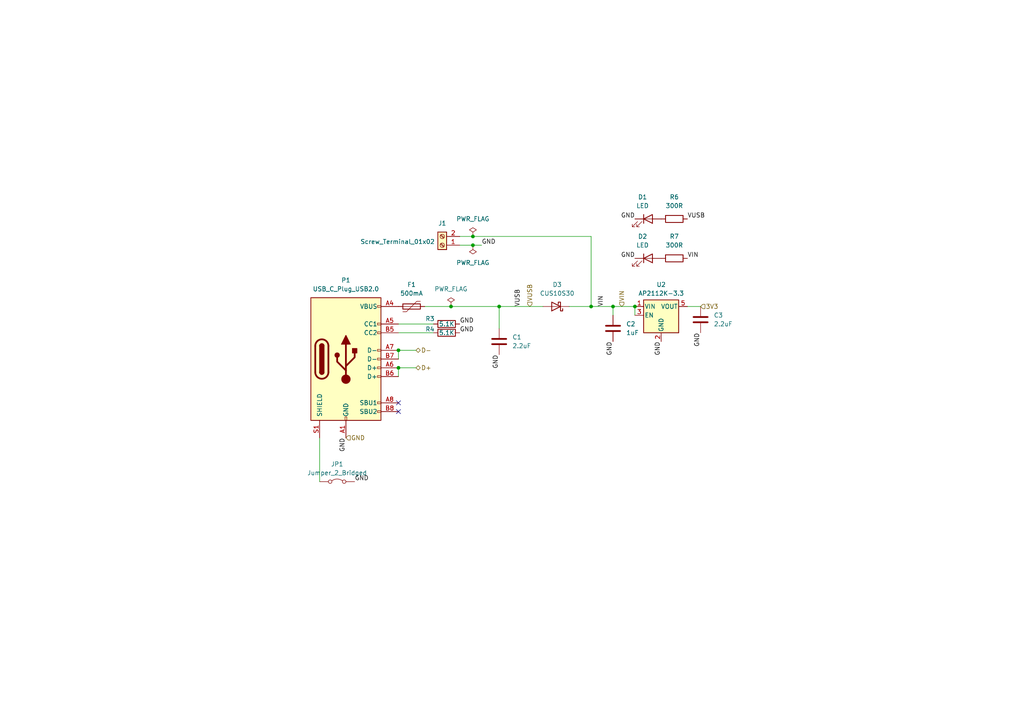
<source format=kicad_sch>
(kicad_sch (version 20231120) (generator "eeschema") (generator_version "8.0")
  (paper "A4")
  (lib_symbols
    (symbol "Connector:Screw_Terminal_01x02" (pin_names (offset 1.016) hide)
      (property "Reference" "J" (at 0 2.54 0))
      (property "Value" "Screw_Terminal_01x02" (at 0 -5.08 0))
      (symbol "Screw_Terminal_01x02_1_1"
        (rectangle (start -1.27 1.27) (end 1.27 -3.81) (stroke (width 0.254)) (fill (type background)))
        (circle (center 0 -2.54) (radius 0.635) (stroke (width 0.1524)))
        (polyline (pts (xy -0.5334 -2.2098) (xy 0.3302 -3.048)) (stroke (width 0.1524)))
        (polyline (pts (xy -0.5334 0.3302) (xy 0.3302 -0.508)) (stroke (width 0.1524)))
        (polyline (pts (xy -0.3556 -2.032) (xy 0.508 -2.8702)) (stroke (width 0.1524)))
        (polyline (pts (xy -0.3556 0.508) (xy 0.508 -0.3302)) (stroke (width 0.1524)))
        (circle (center 0 0) (radius 0.635) (stroke (width 0.1524)))
        (pin passive line (at -5.08 0 0) (length 3.81) (name "Pin_1") (number "1"))
        (pin passive line (at -5.08 -2.54 0) (length 3.81) (name "Pin_2") (number "2"))
      )
    )
    (symbol "Connector:USB_C_Receptacle_USB2.0_16P" (pin_names (offset 1.016))
      (property "Reference" "J" (at 0 22.225 0))
      (property "Value" "USB_C_Receptacle_USB2.0_16P" (at 0 19.685 0))
      (symbol "USB_C_Receptacle_USB2.0_16P_0_0"
        (rectangle (start -0.254 -17.78) (end 0.254 -16.764))
        (rectangle (start 10.16 -14.986) (end 9.144 -15.494))
        (rectangle (start 10.16 -12.446) (end 9.144 -12.954))
        (rectangle (start 10.16 -4.826) (end 9.144 -5.334))
        (rectangle (start 10.16 -2.286) (end 9.144 -2.794))
        (rectangle (start 10.16 0.254) (end 9.144 -0.254))
        (rectangle (start 10.16 2.794) (end 9.144 2.286))
        (rectangle (start 10.16 7.874) (end 9.144 7.366))
        (rectangle (start 10.16 10.414) (end 9.144 9.906))
        (rectangle (start 10.16 15.494) (end 9.144 14.986))
      )
      (symbol "USB_C_Receptacle_USB2.0_16P_0_1"
        (rectangle (start -10.16 17.78) (end 10.16 -17.78) (stroke (width 0.254)) (fill (type background)))
        (arc (start -8.89 -3.81) (mid -6.985 -5.7067) (end -5.08 -3.81) (stroke (width 0.508)))
        (arc (start -7.62 -3.81) (mid -6.985 -4.4423) (end -6.35 -3.81) (stroke (width 0.254)))
        (arc (start -7.62 -3.81) (mid -6.985 -4.4423) (end -6.35 -3.81) (stroke (width 0.254)) (fill (type outline)))
        (rectangle (start -7.62 -3.81) (end -6.35 3.81) (stroke (width 0.254)) (fill (type outline)))
        (arc (start -6.35 3.81) (mid -6.985 4.4423) (end -7.62 3.81) (stroke (width 0.254)))
        (arc (start -6.35 3.81) (mid -6.985 4.4423) (end -7.62 3.81) (stroke (width 0.254)) (fill (type outline)))
        (arc (start -5.08 3.81) (mid -6.985 5.7067) (end -8.89 3.81) (stroke (width 0.508)))
        (circle (center -2.54 1.143) (radius 0.635) (stroke (width 0.254)) (fill (type outline)))
        (circle (center 0 -5.842) (radius 1.27) (fill (type outline)))
        (polyline (pts (xy -8.89 -3.81) (xy -8.89 3.81)) (stroke (width 0.508)))
        (polyline (pts (xy -5.08 3.81) (xy -5.08 -3.81)) (stroke (width 0.508)))
        (polyline (pts (xy 0 -5.842) (xy 0 4.318)) (stroke (width 0.508)))
        (polyline (pts (xy 0 -3.302) (xy -2.54 -0.762) (xy -2.54 0.508)) (stroke (width 0.508)))
        (polyline (pts (xy 0 -2.032) (xy 2.54 0.508) (xy 2.54 1.778)) (stroke (width 0.508)))
        (polyline (pts (xy -1.27 4.318) (xy 0 6.858) (xy 1.27 4.318) (xy -1.27 4.318)) (stroke (width 0.254)) (fill (type outline)))
        (rectangle (start 1.905 1.778) (end 3.175 3.048) (stroke (width 0.254)) (fill (type outline)))
      )
      (symbol "USB_C_Receptacle_USB2.0_16P_1_1"
        (pin passive line (at 0 -22.86 90) (length 5.08) (name "GND") (number "A1"))
        (pin passive line (at 0 -22.86 90) (length 5.08) hide (name "GND") (number "A12"))
        (pin passive line (at 15.24 15.24 180) (length 5.08) (name "VBUS") (number "A4"))
        (pin bidirectional line (at 15.24 10.16 180) (length 5.08) (name "CC1") (number "A5"))
        (pin bidirectional line (at 15.24 -2.54 180) (length 5.08) (name "D+") (number "A6"))
        (pin bidirectional line (at 15.24 2.54 180) (length 5.08) (name "D-") (number "A7"))
        (pin bidirectional line (at 15.24 -12.7 180) (length 5.08) (name "SBU1") (number "A8"))
        (pin passive line (at 15.24 15.24 180) (length 5.08) hide (name "VBUS") (number "A9"))
        (pin passive line (at 0 -22.86 90) (length 5.08) hide (name "GND") (number "B1"))
        (pin passive line (at 0 -22.86 90) (length 5.08) hide (name "GND") (number "B12"))
        (pin passive line (at 15.24 15.24 180) (length 5.08) hide (name "VBUS") (number "B4"))
        (pin bidirectional line (at 15.24 7.62 180) (length 5.08) (name "CC2") (number "B5"))
        (pin bidirectional line (at 15.24 -5.08 180) (length 5.08) (name "D+") (number "B6"))
        (pin bidirectional line (at 15.24 0 180) (length 5.08) (name "D-") (number "B7"))
        (pin bidirectional line (at 15.24 -15.24 180) (length 5.08) (name "SBU2") (number "B8"))
        (pin passive line (at 15.24 15.24 180) (length 5.08) hide (name "VBUS") (number "B9"))
        (pin passive line (at -7.62 -22.86 90) (length 5.08) (name "SHIELD") (number "S1"))
      )
    )
    (symbol "Device:C" (pin_numbers hide) (pin_names (offset 0.254))
      (property "Reference" "C" (at 0.635 2.54 0))
      (property "Value" "C" (at 0.635 -2.54 0))
      (symbol "C_0_1"
        (polyline (pts (xy -2.032 -0.762) (xy 2.032 -0.762)) (stroke (width 0.508)))
        (polyline (pts (xy -2.032 0.762) (xy 2.032 0.762)) (stroke (width 0.508)))
      )
      (symbol "C_1_1"
        (pin passive line (at 0 3.81 270) (length 2.794) (name "~") (number "1"))
        (pin passive line (at 0 -3.81 90) (length 2.794) (name "~") (number "2"))
      )
    )
    (symbol "Device:D_Schottky" (pin_numbers hide) (pin_names (offset 1.016) hide)
      (property "Reference" "D" (at 0 2.54 0))
      (property "Value" "D_Schottky" (at 0 -2.54 0))
      (symbol "D_Schottky_0_1"
        (polyline (pts (xy 1.27 0) (xy -1.27 0)))
        (polyline (pts (xy 1.27 1.27) (xy 1.27 -1.27) (xy -1.27 0) (xy 1.27 1.27)) (stroke (width 0.254)))
        (polyline (pts (xy -1.905 0.635) (xy -1.905 1.27) (xy -1.27 1.27) (xy -1.27 -1.27) (xy -0.635 -1.27) (xy -0.635 -0.635)) (stroke (width 0.254)))
      )
      (symbol "D_Schottky_1_1"
        (pin passive line (at -3.81 0 0) (length 2.54) (name "K") (number "1"))
        (pin passive line (at 3.81 0 180) (length 2.54) (name "A") (number "2"))
      )
    )
    (symbol "Device:LED" (pin_numbers hide) (pin_names (offset 1.016) hide)
      (property "Reference" "D" (at 0 2.54 0))
      (property "Value" "LED" (at 0 -2.54 0))
      (symbol "LED_0_1"
        (polyline (pts (xy -1.27 -1.27) (xy -1.27 1.27)) (stroke (width 0.254)))
        (polyline (pts (xy -1.27 0) (xy 1.27 0)))
        (polyline (pts (xy 1.27 -1.27) (xy 1.27 1.27) (xy -1.27 0) (xy 1.27 -1.27)) (stroke (width 0.254)))
        (polyline (pts (xy -3.048 -0.762) (xy -4.572 -2.286) (xy -3.81 -2.286) (xy -4.572 -2.286) (xy -4.572 -1.524)))
        (polyline (pts (xy -1.778 -0.762) (xy -3.302 -2.286) (xy -2.54 -2.286) (xy -3.302 -2.286) (xy -3.302 -1.524)))
      )
      (symbol "LED_1_1"
        (pin passive line (at -3.81 0 0) (length 2.54) (name "K") (number "1"))
        (pin passive line (at 3.81 0 180) (length 2.54) (name "A") (number "2"))
      )
    )
    (symbol "Device:Polyfuse" (pin_numbers hide) (pin_names (offset 0))
      (property "Reference" "F" (at -2.54 0 90))
      (property "Value" "Polyfuse" (at 2.54 0 90))
      (symbol "Polyfuse_0_1"
        (rectangle (start -0.762 2.54) (end 0.762 -2.54) (stroke (width 0.254)))
        (polyline (pts (xy 0 2.54) (xy 0 -2.54)))
        (polyline (pts (xy -1.524 2.54) (xy -1.524 1.524) (xy 1.524 -1.524) (xy 1.524 -2.54)))
      )
      (symbol "Polyfuse_1_1"
        (pin passive line (at 0 3.81 270) (length 1.27) (name "~") (number "1"))
        (pin passive line (at 0 -3.81 90) (length 1.27) (name "~") (number "2"))
      )
    )
    (symbol "Device:R" (pin_numbers hide) (pin_names (offset 0))
      (property "Reference" "R" (at 2.032 0 90))
      (property "Value" "R" (at 0 0 90))
      (symbol "R_0_1"
        (rectangle (start -1.016 -2.54) (end 1.016 2.54) (stroke (width 0.254)))
      )
      (symbol "R_1_1"
        (pin passive line (at 0 3.81 270) (length 1.27) (name "~") (number "1"))
        (pin passive line (at 0 -3.81 90) (length 1.27) (name "~") (number "2"))
      )
    )
    (symbol "Jumper:Jumper_2_Bridged" (pin_numbers hide) (pin_names (offset 0) hide) (exclude_from_sim yes)
      (property "Reference" "JP" (at 0 1.905 0))
      (property "Value" "Jumper_2_Bridged" (at 0 -2.54 0))
      (symbol "Jumper_2_Bridged_0_0"
        (circle (center -2.032 0) (radius 0.508))
        (circle (center 2.032 0) (radius 0.508))
      )
      (symbol "Jumper_2_Bridged_0_1"
        (arc (start 1.524 0.254) (mid 0 0.762) (end -1.524 0.254))
      )
      (symbol "Jumper_2_Bridged_1_1"
        (pin passive line (at -5.08 0 0) (length 2.54) (name "A") (number "1"))
        (pin passive line (at 5.08 0 180) (length 2.54) (name "B") (number "2"))
      )
    )
    (symbol "Regulator_Linear:AP2112K-3.3" (pin_names (offset 0.254))
      (property "Reference" "U" (at -5.08 5.715 0))
      (property "Value" "AP2112K-3.3" (at 0 5.715 0))
      (symbol "AP2112K-3.3_0_1"
        (rectangle (start -5.08 4.445) (end 5.08 -5.08) (stroke (width 0.254)) (fill (type background)))
      )
      (symbol "AP2112K-3.3_1_1"
        (pin power_in line (at -7.62 2.54 0) (length 2.54) (name "VIN") (number "1"))
        (pin power_in line (at 0 -7.62 90) (length 2.54) (name "GND") (number "2"))
        (pin input line (at -7.62 0 0) (length 2.54) (name "EN") (number "3"))
        (pin no_connect line (at 5.08 0 180) (length 2.54) hide (name "NC") (number "4"))
        (pin power_out line (at 7.62 2.54 180) (length 2.54) (name "VOUT") (number "5"))
      )
    )
    (symbol "power:PWR_FLAG" (power) (pin_numbers hide) (pin_names (offset 0) hide)
      (property "Value" "PWR_FLAG" (at 0 3.81 0))
      (symbol "PWR_FLAG_0_0"
        (pin power_out line (at 0 0 90) (length 0) (name "~") (number "1"))
      )
      (symbol "PWR_FLAG_0_1"
        (polyline (pts (xy 0 0) (xy 0 1.27) (xy -1.016 1.905) (xy 0 2.54) (xy 1.016 1.905) (xy 0 1.27)))
      )
    )
  )
  (junction (at 177.8 88.9))
  (junction (at 115.57 106.68))
  (junction (at 137.16 71.12))
  (junction (at 144.78 88.9))
  (junction (at 137.16 68.58))
  (junction (at 115.57 101.6))
  (junction (at 184.15 88.9))
  (junction (at 130.81 88.9))
  (junction (at 171.45 88.9))
  (no_connect (at 115.57 119.38))
  (no_connect (at 115.57 116.84))
  (wire (pts (xy 92.71 127) (xy 92.71 139.7)))
  (wire (pts (xy 184.15 88.9) (xy 184.15 91.44)))
  (wire (pts (xy 123.19 88.9) (xy 130.81 88.9)))
  (wire (pts (xy 199.39 88.9) (xy 203.2 88.9)))
  (wire (pts (xy 177.8 88.9) (xy 184.15 88.9)))
  (wire (pts (xy 115.57 106.68) (xy 115.57 109.22)))
  (wire (pts (xy 137.16 68.58) (xy 171.45 68.58)))
  (wire (pts (xy 115.57 101.6) (xy 115.57 104.14)))
  (wire (pts (xy 125.73 96.52) (xy 115.57 96.52)))
  (wire (pts (xy 133.35 68.58) (xy 137.16 68.58)))
  (wire (pts (xy 177.8 88.9) (xy 177.8 91.44)))
  (wire (pts (xy 165.1 88.9) (xy 171.45 88.9)))
  (wire (pts (xy 171.45 68.58) (xy 171.45 88.9)))
  (wire (pts (xy 130.81 88.9) (xy 144.78 88.9)))
  (wire (pts (xy 144.78 88.9) (xy 144.78 95.25)))
  (wire (pts (xy 171.45 88.9) (xy 177.8 88.9)))
  (wire (pts (xy 115.57 101.6) (xy 120.65 101.6)))
  (wire (pts (xy 115.57 106.68) (xy 120.65 106.68)))
  (wire (pts (xy 144.78 88.9) (xy 157.48 88.9)))
  (wire (pts (xy 139.7 71.12) (xy 137.16 71.12)))
  (wire (pts (xy 137.16 71.12) (xy 133.35 71.12)))
  (wire (pts (xy 125.73 93.98) (xy 115.57 93.98)))
  (label "GND" (at 191.77 99.06 270))
  (label "GND" (at 203.2 96.52 270))
  (label "GND" (at 100.33 127 270))
  (label "GND" (at 184.15 63.5 180))
  (label "GND" (at 144.78 102.87 270))
  (label "GND" (at 133.35 96.52 0))
  (label "GND" (at 177.8 99.06 270))
  (label "VUSB" (at 199.39 63.5 0))
  (label "VUSB" (at 151.13 88.9 90))
  (label "GND" (at 133.35 93.98 0))
  (label "GND" (at 102.87 139.7 0))
  (label "VIN" (at 199.39 74.93 0))
  (label "GND" (at 139.7 71.12 0))
  (label "GND" (at 184.15 74.93 180))
  (label "VIN" (at 175.26 88.9 90))
  (hierarchical_label "D-" (shape bidirectional) (at 120.65 101.6 0))
  (hierarchical_label "VUSB" (shape input) (at 153.67 88.9 90))
  (hierarchical_label "3V3" (shape input) (at 203.2 88.9 0))
  (hierarchical_label "VIN" (shape input) (at 180.34 88.9 90))
  (hierarchical_label "GND" (shape input) (at 100.33 127 0))
  (hierarchical_label "D+" (shape bidirectional) (at 120.65 106.68 0))
  (symbol (lib_id "Device:R") (at 195.58 63.5 90) (unit 1)
    (property "Reference" "R6" (at 195.58 57.15 90))
    (property "Value" "300R" (at 195.58 59.69 90))
    (property "Footprint" "Resistor_SMD:R_0402_1005Metric" (effects (hide yes)))
    (property "Description" "Resistor" (effects (hide yes)))
    (property "Part" "RC0402FR-07300RL" (effects (hide yes)))
  )
  (symbol (lib_id "Device:C") (at 177.8 95.25 0) (unit 1)
    (property "Reference" "C2" (at 181.61 93.9799 0) (effects (justify left)))
    (property "Value" "1uF" (at 181.61 96.5199 0) (effects (justify left)))
    (property "Footprint" "Capacitor_SMD:C_0402_1005Metric" (effects (hide yes)))
    (property "Description" "Unpolarized capacitor" (effects (hide yes)))
    (property "Part" "CL05A105KP5NNNC" (effects (hide yes)))
  )
  (symbol (lib_id "power:PWR_FLAG") (at 130.81 88.9 0) (unit 1)
    (property "Reference" "#FLG01" (effects (hide yes)))
    (property "Value" "PWR_FLAG" (at 130.81 83.82 0))
    (property "Description" "Special symbol for telling ERC where power comes from" (effects (hide yes)))
  )
  (symbol (lib_id "Regulator_Linear:AP2112K-3.3") (at 191.77 91.44 0) (unit 1)
    (property "Reference" "U2" (at 191.77 82.55 0))
    (property "Value" "AP2112K-3.3" (at 191.77 85.09 0))
    (property "Footprint" "Package_TO_SOT_SMD:SOT-23-5" (effects (hide yes)))
    (property "Datasheet" "https://www.diodes.com/assets/Datasheets/AP2112.pdf" (effects (hide yes)))
    (property "Description" "600mA low dropout linear regulator, with enable pin, 3.8V-6V input voltage range, 3.3V fixed positive output, SOT-23-5" (effects (hide yes)))
    (property "Part" "AP2112K-3.3TRG1" (effects (hide yes)))
  )
  (symbol (lib_id "Device:R") (at 195.58 74.93 90) (unit 1)
    (property "Reference" "R7" (at 195.58 68.58 90))
    (property "Value" "300R" (at 195.58 71.12 90))
    (property "Footprint" "Resistor_SMD:R_0402_1005Metric" (effects (hide yes)))
    (property "Description" "Resistor" (effects (hide yes)))
    (property "Part" "RC0402FR-07300RL" (effects (hide yes)))
  )
  (symbol (lib_id "Device:D_Schottky") (at 161.29 88.9 180) (unit 1)
    (property "Reference" "D3" (at 161.6075 82.55 0))
    (property "Value" "CUS10S30" (at 161.6075 85.09 0))
    (property "Footprint" "Diode_SMD:D_SOD-323" (effects (hide yes)))
    (property "Datasheet" "https://toshiba.semicon-storage.com/info/CUS10S30_datasheet_en_20140407.pdf?did=14077&prodName=CUS10S30" (effects (hide yes)))
    (property "Description" "Schottky diode" (effects (hide yes)))
    (property "Part" "CUS10S30,H3F" (effects (hide yes)))
  )
  (symbol (lib_id "power:PWR_FLAG") (at 137.16 68.58 0) (unit 1)
    (property "Reference" "#FLG02" (effects (hide yes)))
    (property "Value" "PWR_FLAG" (at 137.16 63.5 0))
    (property "Description" "Special symbol for telling ERC where power comes from" (effects (hide yes)))
  )
  (symbol (lib_id "Device:LED") (at 187.96 74.93 0) (unit 1)
    (property "Reference" "D2" (at 186.3725 68.58 0))
    (property "Value" "LED" (at 186.3725 71.12 0))
    (property "Footprint" "LED_SMD:LED_0603_1608Metric" (effects (hide yes)))
    (property "Description" "Light emitting diode" (effects (hide yes)))
    (property "Part" "150060RS75000" (effects (hide yes)))
  )
  (symbol (lib_id "Jumper:Jumper_2_Bridged") (at 97.79 139.7 0) (unit 1) (exclude_from_sim yes)
    (property "Reference" "JP1" (at 97.79 134.62 0))
    (property "Value" "Jumper_2_Bridged" (at 97.79 137.16 0))
    (property "Footprint" "Resistor_SMD:R_0603_1608Metric_Pad0.98x0.95mm_HandSolder" (effects (hide yes)))
    (property "Description" "Jumper, 2-pole, closed/bridged" (effects (hide yes)))
    (property "Part" "RMCF0603ZT0R00" (effects (hide yes)))
  )
  (symbol (lib_id "Connector:USB_C_Receptacle_USB2.0_16P") (at 100.33 104.14 0) (unit 1)
    (property "Reference" "P1" (at 100.33 81.28 0))
    (property "Value" "USB_C_Plug_USB2.0" (at 100.33 83.82 0))
    (property "Footprint" "Connector_USB:USB_C_Receptacle_GCT_USB4105-xx-A_16P_TopMnt_Horizontal" (effects (hide yes)))
    (property "Datasheet" "https://www.usb.org/sites/default/files/documents/usb_type-c.zip" (effects (hide yes)))
    (property "Description" "USB 2.0-only 16P Type-C Receptacle connector" (effects (hide yes)))
    (property "Part" "USB4105-GF-A" (effects (hide yes)))
  )
  (symbol (lib_id "Connector:Screw_Terminal_01x02") (at 128.27 71.12 180) (unit 1) (exclude_from_sim yes)
    (property "Reference" "J1" (at 128.27 64.77 0))
    (property "Value" "Screw_Terminal_01x02" (at 115.316 70.104 0))
    (property "Footprint" "Connector_Phoenix_MSTB:PhoenixContact_MSTBA_2,5_2-G-5,08_1x02_P5.08mm_Horizontal" (effects (hide yes)))
    (property "Datasheet" "https://www.phoenixcontact.com/us/products/1757242/pdf" (effects (hide yes)))
    (property "Description" "Generic screw terminal, single row, 01x02, script generated (kicad-library-utils/schlib/autogen/connector/)" (effects (hide yes)))
    (property "Part Number" "1757242" (effects (hide yes)))
  )
  (symbol (lib_id "power:PWR_FLAG") (at 137.16 71.12 180) (unit 1)
    (property "Reference" "#FLG03" (effects (hide yes)))
    (property "Value" "PWR_FLAG" (at 137.16 76.2 0))
    (property "Description" "Special symbol for telling ERC where power comes from" (effects (hide yes)))
  )
  (symbol (lib_id "Device:C") (at 144.78 99.06 0) (unit 1)
    (property "Reference" "C1" (at 148.59 97.7899 0) (effects (justify left)))
    (property "Value" "2.2uF" (at 148.59 100.3299 0) (effects (justify left)))
    (property "Footprint" "Capacitor_SMD:C_0402_1005Metric" (effects (hide yes)))
    (property "Description" "Unpolarized capacitor" (effects (hide yes)))
    (property "Part" "GRM155C80J225KE95D" (effects (hide yes)))
  )
  (symbol (lib_id "Device:Polyfuse") (at 119.38 88.9 90) (unit 1)
    (property "Reference" "F1" (at 119.38 82.55 90))
    (property "Value" "500mA" (at 119.38 85.09 90))
    (property "Footprint" "Fuse:Fuse_1206_3216Metric" (effects (hide yes)))
    (property "Description" "Resettable fuse, polymeric positive temperature coefficient" (effects (hide yes)))
    (property "Part" "0ZCG0050FF2C" (effects (hide yes)))
  )
  (symbol (lib_id "Device:LED") (at 187.96 63.5 0) (unit 1)
    (property "Reference" "D1" (at 186.3725 57.15 0))
    (property "Value" "LED" (at 186.3725 59.69 0))
    (property "Footprint" "LED_SMD:LED_0603_1608Metric" (effects (hide yes)))
    (property "Description" "Light emitting diode" (effects (hide yes)))
    (property "Part" "150060RS75000" (effects (hide yes)))
  )
  (symbol (lib_id "Device:R") (at 129.54 96.52 90) (unit 1)
    (property "Reference" "R4" (at 124.714 95.504 90))
    (property "Value" "5.1K" (at 129.54 96.52 90))
    (property "Footprint" "Resistor_SMD:R_0402_1005Metric" (effects (hide yes)))
    (property "Description" "Resistor" (effects (hide yes)))
    (property "Part" "RC0402FR-075K1L" (effects (hide yes)))
  )
  (symbol (lib_id "Device:R") (at 129.54 93.98 90) (unit 1)
    (property "Reference" "R3" (at 124.714 92.456 90))
    (property "Value" "5.1K" (at 129.54 93.98 90))
    (property "Footprint" "Resistor_SMD:R_0402_1005Metric" (effects (hide yes)))
    (property "Description" "Resistor" (effects (hide yes)))
    (property "Part" "RC0402FR-075K1L" (effects (hide yes)))
  )
  (symbol (lib_id "Device:C") (at 203.2 92.71 0) (unit 1)
    (property "Reference" "C3" (at 207.01 91.4399 0) (effects (justify left)))
    (property "Value" "2.2uF" (at 207.01 93.9799 0) (effects (justify left)))
    (property "Footprint" "Capacitor_SMD:C_0402_1005Metric" (effects (hide yes)))
    (property "Description" "Unpolarized capacitor" (effects (hide yes)))
    (property "Part" "GRM155C80J225KE95D" (effects (hide yes)))
  )
)
</source>
